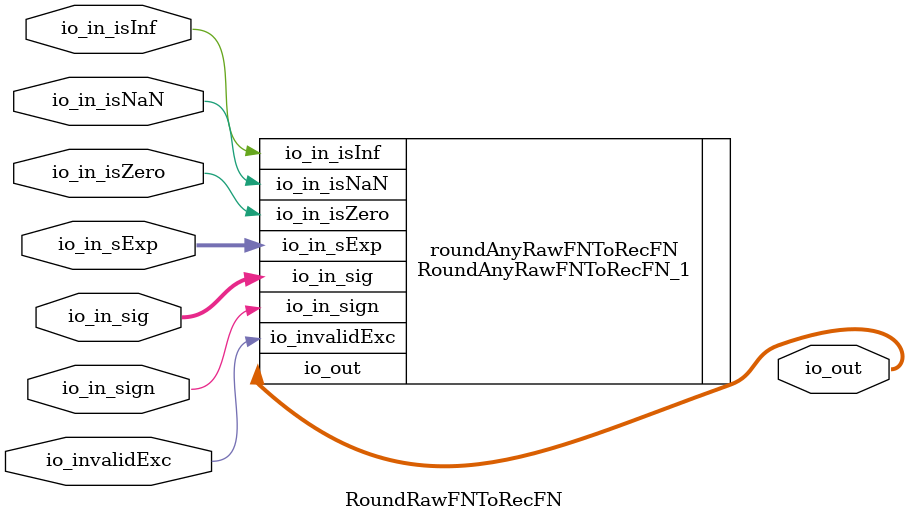
<source format=sv>
`ifndef RANDOMIZE
  `ifdef RANDOMIZE_REG_INIT
    `define RANDOMIZE
  `endif // RANDOMIZE_REG_INIT
`endif // not def RANDOMIZE
`ifndef RANDOMIZE
  `ifdef RANDOMIZE_MEM_INIT
    `define RANDOMIZE
  `endif // RANDOMIZE_MEM_INIT
`endif // not def RANDOMIZE

`ifndef RANDOM
  `define RANDOM $random
`endif // not def RANDOM

// Users can define 'PRINTF_COND' to add an extra gate to prints.
`ifndef PRINTF_COND_
  `ifdef PRINTF_COND
    `define PRINTF_COND_ (`PRINTF_COND)
  `else  // PRINTF_COND
    `define PRINTF_COND_ 1
  `endif // PRINTF_COND
`endif // not def PRINTF_COND_

// Users can define 'ASSERT_VERBOSE_COND' to add an extra gate to assert error printing.
`ifndef ASSERT_VERBOSE_COND_
  `ifdef ASSERT_VERBOSE_COND
    `define ASSERT_VERBOSE_COND_ (`ASSERT_VERBOSE_COND)
  `else  // ASSERT_VERBOSE_COND
    `define ASSERT_VERBOSE_COND_ 1
  `endif // ASSERT_VERBOSE_COND
`endif // not def ASSERT_VERBOSE_COND_

// Users can define 'STOP_COND' to add an extra gate to stop conditions.
`ifndef STOP_COND_
  `ifdef STOP_COND
    `define STOP_COND_ (`STOP_COND)
  `else  // STOP_COND
    `define STOP_COND_ 1
  `endif // STOP_COND
`endif // not def STOP_COND_

// Users can define INIT_RANDOM as general code that gets injected into the
// initializer block for modules with registers.
`ifndef INIT_RANDOM
  `define INIT_RANDOM
`endif // not def INIT_RANDOM

// If using random initialization, you can also define RANDOMIZE_DELAY to
// customize the delay used, otherwise 0.002 is used.
`ifndef RANDOMIZE_DELAY
  `define RANDOMIZE_DELAY 0.002
`endif // not def RANDOMIZE_DELAY

// Define INIT_RANDOM_PROLOG_ for use in our modules below.
`ifndef INIT_RANDOM_PROLOG_
  `ifdef RANDOMIZE
    `ifdef VERILATOR
      `define INIT_RANDOM_PROLOG_ `INIT_RANDOM
    `else  // VERILATOR
      `define INIT_RANDOM_PROLOG_ `INIT_RANDOM #`RANDOMIZE_DELAY begin end
    `endif // VERILATOR
  `else  // RANDOMIZE
    `define INIT_RANDOM_PROLOG_
  `endif // RANDOMIZE
`endif // not def INIT_RANDOM_PROLOG_

module RoundRawFNToRecFN(
  input         io_invalidExc,
                io_in_isNaN,
                io_in_isInf,
                io_in_isZero,
                io_in_sign,
  input  [9:0]  io_in_sExp,
  input  [26:0] io_in_sig,
  output [32:0] io_out
);

  RoundAnyRawFNToRecFN_1 roundAnyRawFNToRecFN (	// @[RoundAnyRawFNToRecFN.scala:307:15]
    .io_invalidExc (io_invalidExc),
    .io_in_isNaN   (io_in_isNaN),
    .io_in_isInf   (io_in_isInf),
    .io_in_isZero  (io_in_isZero),
    .io_in_sign    (io_in_sign),
    .io_in_sExp    (io_in_sExp),
    .io_in_sig     (io_in_sig),
    .io_out        (io_out)
  );
endmodule


</source>
